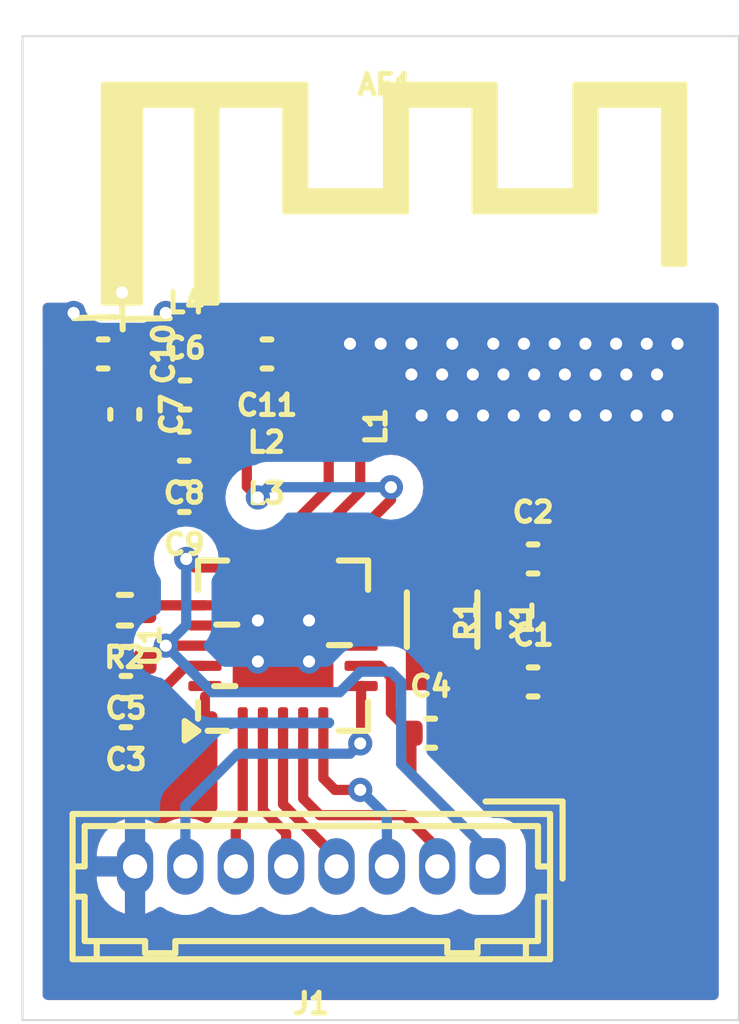
<source format=kicad_pcb>
(kicad_pcb (version 20240108) (generator "pcbnew") (generator_version "8.0")
  (layers (0 "F.Cu" signal) (31 "B.Cu" signal) (34 "B.Paste" user) (35 "F.Paste" user) (36 "B.SilkS" user "B.Silkscreen") (37 "F.SilkS" user "F.Silkscreen") (38 "B.Mask" user) (39 "F.Mask" user) (44 "Edge.Cuts" user))
  (net 0 "")
  (net 1 "Net-(AE1-A)")
  (net 2 "Net-(U1-XC2)")
  (net 3 "GND")
  (net 4 "Net-(U1-XC1)")
  (net 5 "Net-(U1-DVDD)")
  (net 6 "Net-(U1-VDD_PA)")
  (net 7 "Net-(C6-Pad2)")
  (net 8 "Net-(C10-Pad1)")
  (net 9 "VDD")
  (net 10 "Net-(J1-Pin_4)")
  (net 11 "Net-(J1-Pin_2)")
  (net 12 "Net-(J1-Pin_7)")
  (net 13 "Net-(J1-Pin_6)")
  (net 14 "Net-(J1-Pin_5)")
  (net 15 "Net-(J1-Pin_3)")
  (net 16 "Net-(U1-ANT2)")
  (net 17 "Net-(U1-ANT1)")
  (net 18 "Net-(U1-IREF)")
  (footprint "RF_Antenna:Texas_SWRA117D_2.4GHz_Right" (layer "F.Cu") (at 159.258 88.646)
    (property "Reference" "AE1" (at 4.45 -5.15 0) (layer "F.SilkS") (effects (font (size 0.508 0.508) (thickness 0.1524))))
    (property "Value" "Antenna")
    (fp_poly (pts (xy 2.45 -2.51) (xy 4.45 -2.51) (xy 4.45 -5.15) (xy 7.15 -5.15) (xy 7.15 -2.51) (xy 9.15 -2.51) (xy 9.15 -5.15) (xy 11.85 -5.15) (xy 11.85 -0.71) (xy 11.35 -0.71) (xy 11.35 -4.65) (xy 9.65 -4.65) (xy 9.65 -2.01) (xy 6.65 -2.01) (xy 6.65 -4.65) (xy 4.95 -4.65) (xy 4.95 -2.01) (xy 1.95 -2.01) (xy 1.95 -4.65) (xy 0.25 -4.65) (xy 0.25 0.25) (xy -0.25 0.25) (xy -0.25 -4.65) (xy -1.65 -4.65) (xy -1.65 0.25) (xy -2.55 0.25) (xy -2.55 0.006785) (xy -2.247583 0.006785) (xy -2.237742 0.054395) (xy -2.213674 0.096797) (xy -2.175731 0.129581) (xy -2.167819 0.133935) (xy -2.125156 0.146043) (xy -2.076637 0.1453) (xy -2.031122 0.1324) (xy -2.012511 0.121787) (xy -1.978868 0.086553) (xy -1.958309 0.041368) (xy -1.951778 -0.008158) (xy -1.960218 -0.056417) (xy -1.977112 -0.088643) (xy -2.012372 -0.121313) (xy -2.057682 -0.141408) (xy -2.107267 -0.147982) (xy -2.155353 -0.140092) (xy -2.188245 -0.123186) (xy -2.223185 -0.086416) (xy -2.242847 -0.041622) (xy -2.247583 0.006785) (xy -2.55 0.006785) (xy -2.55 -5.15) (xy 2.45 -5.15) (xy 2.45 -2.51)) (stroke (width 0.1524)) (fill solid) (layer "F.SilkS"))
    (pad "1" connect rect (at 0 0) (size 0.5 0.5) (layers "F.Cu") (net 1 "Net-(AE1-A)"))
    (pad "2" thru_hole rect (at -2.1 0) (size 0.9 0.5) (drill 0.3) (layers "*.Cu"))
  )
  (footprint "Package_DFN_QFN:QFN-20-1EP_4x4mm_P0.5mm_EP2.5x2.5mm" (layer "F.Cu") (at 161.153 97.399 90)
    (property "Reference" "U1" (at 0 -3.3 90) (layer "F.SilkS") (effects (font (size 0.508 0.508) (thickness 0.1524))))
    (property "Value" "NRF24L01")
    (fp_line (start 2.11 -2.11) (end 2.11 -1.385) (stroke (width 0.1524)) (layer "F.SilkS"))
    (fp_line (start 1.385 -2.11) (end 2.11 -2.11) (stroke (width 0.1524)) (layer "F.SilkS"))
    (fp_line (start -1.385 -2.11) (end -1.81 -2.11) (stroke (width 0.1524)) (layer "F.SilkS"))
    (fp_line (start -2.11 -1.385) (end -2.11 -1.87) (stroke (width 0.1524)) (layer "F.SilkS"))
    (fp_line (start 2.11 2.11) (end 2.11 1.385) (stroke (width 0.1524)) (layer "F.SilkS"))
    (fp_line (start 1.385 2.11) (end 2.11 2.11) (stroke (width 0.1524)) (layer "F.SilkS"))
    (fp_line (start -1.385 2.11) (end -2.11 2.11) (stroke (width 0.1524)) (layer "F.SilkS"))
    (fp_line (start -2.11 2.11) (end -2.11 1.385) (stroke (width 0.1524)) (layer "F.SilkS"))
    (fp_poly (pts (xy -2.11 -2.11) (xy -2.35 -2.44) (xy -1.87 -2.44) (xy -2.11 -2.11)) (stroke (width 0.1524)) (fill solid) (layer "F.SilkS"))
    (pad "1" smd roundrect (at -1.9375 -1 90) (size 0.825 0.25) (layers "F.Cu" "F.Paste" "F.Mask") (net 13 "Net-(J1-Pin_6)"))
    (pad "2" smd roundrect (at -1.9375 -0.5 90) (size 0.825 0.25) (layers "F.Cu" "F.Paste" "F.Mask") (net 14 "Net-(J1-Pin_5)"))
    (pad "3" smd roundrect (at -1.9375 0 90) (size 0.825 0.25) (layers "F.Cu" "F.Paste" "F.Mask") (net 10 "Net-(J1-Pin_4)"))
    (pad "4" smd roundrect (at -1.9375 0.5 90) (size 0.825 0.25) (layers "F.Cu" "F.Paste" "F.Mask") (net 11 "Net-(J1-Pin_2)"))
    (pad "5" smd roundrect (at -1.9375 1 90) (size 0.825 0.25) (layers "F.Cu" "F.Paste" "F.Mask") (net 15 "Net-(J1-Pin_3)"))
    (pad "6" smd roundrect (at -1 1.9375 90) (size 0.25 0.825) (layers "F.Cu" "F.Paste" "F.Mask") (net 12 "Net-(J1-Pin_7)"))
    (pad "7" smd roundrect (at -0.5 1.9375 90) (size 0.25 0.825) (layers "F.Cu" "F.Paste" "F.Mask") (net 9 "VDD"))
    (pad "8" smd roundrect (at 0 1.9375 90) (size 0.25 0.825) (layers "F.Cu" "F.Paste" "F.Mask") (net 3 "GND"))
    (pad "9" smd roundrect (at 0.5 1.9375 90) (size 0.25 0.825) (layers "F.Cu" "F.Paste" "F.Mask") (net 2 "Net-(U1-XC2)"))
    (pad "10" smd roundrect (at 1 1.9375 90) (size 0.25 0.825) (layers "F.Cu" "F.Paste" "F.Mask") (net 4 "Net-(U1-XC1)"))
    (pad "11" smd roundrect (at 1.9375 1 90) (size 0.825 0.25) (layers "F.Cu" "F.Paste" "F.Mask") (net 6 "Net-(U1-VDD_PA)"))
    (pad "12" smd roundrect (at 1.9375 0.5 90) (size 0.825 0.25) (layers "F.Cu" "F.Paste" "F.Mask") (net 17 "Net-(U1-ANT1)"))
    (pad "13" smd roundrect (at 1.9375 0 90) (size 0.825 0.25) (layers "F.Cu" "F.Paste" "F.Mask") (net 16 "Net-(U1-ANT2)"))
    (pad "14" smd roundrect (at 1.9375 -0.5 90) (size 0.825 0.25) (layers "F.Cu" "F.Paste" "F.Mask") (net 3 "GND"))
    (pad "15" smd roundrect (at 1.9375 -1 90) (size 0.825 0.25) (layers "F.Cu" "F.Paste" "F.Mask") (net 9 "VDD"))
    (pad "16" smd roundrect (at 1 -1.9375 90) (size 0.25 0.825) (layers "F.Cu" "F.Paste" "F.Mask") (net 18 "Net-(U1-IREF)"))
    (pad "17" smd roundrect (at 0.5 -1.9375 90) (size 0.25 0.825) (layers "F.Cu" "F.Paste" "F.Mask") (net 3 "GND"))
    (pad "18" smd roundrect (at 0 -1.9375 90) (size 0.25 0.825) (layers "F.Cu" "F.Paste" "F.Mask") (net 9 "VDD"))
    (pad "19" smd roundrect (at -0.5 -1.9375 90) (size 0.25 0.825) (layers "F.Cu" "F.Paste" "F.Mask") (net 5 "Net-(U1-DVDD)"))
    (pad "20" smd roundrect (at -1 -1.9375 90) (size 0.25 0.825) (layers "F.Cu" "F.Paste" "F.Mask") (net 3 "GND"))
    (pad "21" smd rect (at 0 0 90) (size 2.5 2.5) (property pad_prop_heatsink) (layers "F.Cu" "F.Mask"))
  )
  (footprint "Inductor_SMD:L_0402_1005Metric" (layer "F.Cu") (at 158.727 90.17)
    (property "Reference" "L4" (at 0.023 -1.27 360) (layer "F.SilkS") (effects (font (size 0.508 0.508) (thickness 0.1524))))
    (property "Value" "Lx")
    (pad "1" smd roundrect (at -0.485 0) (size 0.59 0.64) (layers "F.Cu" "F.Paste" "F.Mask") (net 8 "Net-(C10-Pad1)"))
    (pad "2" smd roundrect (at 0.485 0) (size 0.59 0.64) (layers "F.Cu" "F.Paste" "F.Mask") (net 1 "Net-(AE1-A)"))
  )
  (footprint "Capacitor_SMD:C_0402_1005Metric" (layer "F.Cu") (at 158.722 91.186)
    (property "Reference" "C6" (at 0 -1.16 360) (layer "F.SilkS") (effects (font (size 0.508 0.508) (thickness 0.1524))))
    (property "Value" "1p5")
    (fp_line (start -0.107836 -0.36) (end 0.107836 -0.36) (stroke (width 0.1524)) (layer "F.SilkS"))
    (fp_line (start -0.107836 0.36) (end 0.107836 0.36) (stroke (width 0.1524)) (layer "F.SilkS"))
    (pad "1" smd roundrect (at -0.48 0) (size 0.56 0.62) (layers "F.Cu" "F.Paste" "F.Mask") (net 8 "Net-(C10-Pad1)"))
    (pad "2" smd roundrect (at 0.48 0) (size 0.56 0.62) (layers "F.Cu" "F.Paste" "F.Mask") (net 7 "Net-(C6-Pad2)"))
  )
  (footprint "Resistor_SMD:R_0402_1005Metric" (layer "F.Cu") (at 157.228 96.52 180)
    (property "Reference" "R2" (at 0 -1.17 360) (layer "F.SilkS") (effects (font (size 0.508 0.508) (thickness 0.1524))))
    (property "Value" "22k")
    (fp_line (start -0.153641 0.38) (end 0.153641 0.38) (stroke (width 0.1524)) (layer "F.SilkS"))
    (fp_line (start -0.153641 -0.38) (end 0.153641 -0.38) (stroke (width 0.1524)) (layer "F.SilkS"))
    (pad "1" smd roundrect (at -0.51 0 180) (size 0.54 0.64) (layers "F.Cu" "F.Paste" "F.Mask") (net 18 "Net-(U1-IREF)"))
    (pad "2" smd roundrect (at 0.51 0 180) (size 0.54 0.64) (layers "F.Cu" "F.Paste" "F.Mask") (net 3 "GND"))
  )
  (footprint "Capacitor_SMD:C_0402_1005Metric" (layer "F.Cu") (at 156.69 90.17 180)
    (property "Reference" "C10" (at -1.496 0 90) (layer "F.SilkS") (effects (font (size 0.508 0.508) (thickness 0.1524))))
    (property "Value" "Cx")
    (fp_line (start -0.107836 0.36) (end 0.107836 0.36) (stroke (width 0.1524)) (layer "F.SilkS"))
    (fp_line (start -0.107836 -0.36) (end 0.107836 -0.36) (stroke (width 0.1524)) (layer "F.SilkS"))
    (pad "1" smd roundrect (at -0.48 0 180) (size 0.56 0.62) (layers "F.Cu" "F.Paste" "F.Mask") (net 8 "Net-(C10-Pad1)"))
    (pad "2" smd roundrect (at 0.48 0 180) (size 0.56 0.62) (layers "F.Cu" "F.Paste" "F.Mask") (net 3 "GND"))
  )
  (footprint "Capacitor_SMD:C_0402_1005Metric" (layer "F.Cu") (at 157.254 99.06 180)
    (property "Reference" "C3" (at 0 -1.16 360) (layer "F.SilkS") (effects (font (size 0.508 0.508) (thickness 0.1524))))
    (property "Value" "C_Small")
    (fp_line (start -0.107836 0.36) (end 0.107836 0.36) (stroke (width 0.1524)) (layer "F.SilkS"))
    (fp_line (start -0.107836 -0.36) (end 0.107836 -0.36) (stroke (width 0.1524)) (layer "F.SilkS"))
    (pad "1" smd roundrect (at -0.48 0 180) (size 0.56 0.62) (layers "F.Cu" "F.Paste" "F.Mask") (net 5 "Net-(U1-DVDD)"))
    (pad "2" smd roundrect (at 0.48 0 180) (size 0.56 0.62) (layers "F.Cu" "F.Paste" "F.Mask") (net 3 "GND"))
  )
  (footprint "Resistor_SMD:R_0402_1005Metric" (layer "F.Cu") (at 166.878 96.774 90)
    (property "Reference" "R1" (at 0 -1.17 90) (layer "F.SilkS") (effects (font (size 0.508 0.508) (thickness 0.1524))))
    (property "Value" "10M")
    (fp_line (start -0.153641 -0.38) (end 0.153641 -0.38) (stroke (width 0.1524)) (layer "F.SilkS"))
    (fp_line (start -0.153641 0.38) (end 0.153641 0.38) (stroke (width 0.1524)) (layer "F.SilkS"))
    (pad "1" smd roundrect (at -0.51 0 90) (size 0.54 0.64) (layers "F.Cu" "F.Paste" "F.Mask") (net 4 "Net-(U1-XC1)"))
    (pad "2" smd roundrect (at 0.51 0 90) (size 0.54 0.64) (layers "F.Cu" "F.Paste" "F.Mask") (net 2 "Net-(U1-XC2)"))
  )
  (footprint "Inductor_SMD:L_0402_1005Metric" (layer "F.Cu") (at 162.286 91.971 -90)
    (property "Reference" "L1" (at 0 -1.17 90) (layer "F.SilkS") (effects (font (size 0.508 0.508) (thickness 0.1524))))
    (property "Value" "8n2")
    (pad "1" smd roundrect (at -0.485 0 270) (size 0.59 0.64) (layers "F.Cu" "F.Paste" "F.Mask") (net 17 "Net-(U1-ANT1)"))
    (pad "2" smd roundrect (at 0.485 0 270) (size 0.59 0.64) (layers "F.Cu" "F.Paste" "F.Mask") (net 16 "Net-(U1-ANT2)"))
  )
  (footprint "Inductor_SMD:L_0402_1005Metric" (layer "F.Cu") (at 160.739 91.186 180)
    (property "Reference" "L2" (at 0 -1.17 360) (layer "F.SilkS") (effects (font (size 0.508 0.508) (thickness 0.1524))))
    (property "Value" "3n9")
    (pad "1" smd roundrect (at -0.485 0 180) (size 0.59 0.64) (layers "F.Cu" "F.Paste" "F.Mask") (net 17 "Net-(U1-ANT1)"))
    (pad "2" smd roundrect (at 0.485 0 180) (size 0.59 0.64) (layers "F.Cu" "F.Paste" "F.Mask") (net 7 "Net-(C6-Pad2)"))
  )
  (footprint "Capacitor_SMD:C_0402_1005Metric" (layer "F.Cu") (at 158.702 93.726 180)
    (property "Reference" "C9" (at 0 -1.16 360) (layer "F.SilkS") (effects (font (size 0.508 0.508) (thickness 0.1524))))
    (property "Value" "1n")
    (fp_line (start -0.107836 0.36) (end 0.107836 0.36) (stroke (width 0.1524)) (layer "F.SilkS"))
    (fp_line (start -0.107836 -0.36) (end 0.107836 -0.36) (stroke (width 0.1524)) (layer "F.SilkS"))
    (pad "1" smd roundrect (at -0.48 0 180) (size 0.56 0.62) (layers "F.Cu" "F.Paste" "F.Mask") (net 9 "VDD"))
    (pad "2" smd roundrect (at 0.48 0 180) (size 0.56 0.62) (layers "F.Cu" "F.Paste" "F.Mask") (net 3 "GND"))
  )
  (footprint "Capacitor_SMD:C_0402_1005Metric" (layer "F.Cu") (at 167.358 98.298)
    (property "Reference" "C1" (at 0 -1.16 360) (layer "F.SilkS") (effects (font (size 0.508 0.508) (thickness 0.1524))))
    (property "Value" "22p")
    (fp_line (start -0.107836 -0.36) (end 0.107836 -0.36) (stroke (width 0.1524)) (layer "F.SilkS"))
    (fp_line (start -0.107836 0.36) (end 0.107836 0.36) (stroke (width 0.1524)) (layer "F.SilkS"))
    (pad "1" smd roundrect (at -0.48 0) (size 0.56 0.62) (layers "F.Cu" "F.Paste" "F.Mask") (net 2 "Net-(U1-XC2)"))
    (pad "2" smd roundrect (at 0.48 0) (size 0.56 0.62) (layers "F.Cu" "F.Paste" "F.Mask") (net 3 "GND"))
  )
  (footprint "Crystal:Crystal_SMD_3215-2Pin_3.2x1.5mm" (layer "F.Cu") (at 165.1 96.754 -90)
    (property "Reference" "Y1" (at 0 -2 90) (layer "F.SilkS") (effects (font (size 0.508 0.508) (thickness 0.1524))))
    (property "Value" "16MHz")
    (fp_line (start -0.675 0.875) (end 0.675 0.875) (stroke (width 0.1524)) (layer "F.SilkS"))
    (fp_line (start -0.675 -0.875) (end 0.675 -0.875) (stroke (width 0.1524)) (layer "F.SilkS"))
    (pad "1" smd rect (at 1.25 0 270) (size 1 1.8) (layers "F.Cu" "F.Paste" "F.Mask") (net 2 "Net-(U1-XC2)"))
    (pad "2" smd rect (at -1.25 0 270) (size 1 1.8) (layers "F.Cu" "F.Paste" "F.Mask") (net 4 "Net-(U1-XC1)"))
  )
  (footprint "Capacitor_SMD:C_0402_1005Metric" (layer "F.Cu") (at 164.818 99.568)
    (property "Reference" "C4" (at 0 -1.16 360) (layer "F.SilkS") (effects (font (size 0.508 0.508) (thickness 0.1524))))
    (property "Value" "C_Small")
    (fp_line (start -0.107836 -0.36) (end 0.107836 -0.36) (stroke (width 0.1524)) (layer "F.SilkS"))
    (fp_line (start -0.107836 0.36) (end 0.107836 0.36) (stroke (width 0.1524)) (layer "F.SilkS"))
    (pad "1" smd roundrect (at -0.48 0) (size 0.56 0.62) (layers "F.Cu" "F.Paste" "F.Mask") (net 9 "VDD"))
    (pad "2" smd roundrect (at 0.48 0) (size 0.56 0.62) (layers "F.Cu" "F.Paste" "F.Mask") (net 3 "GND"))
  )
  (footprint "Capacitor_SMD:C_0402_1005Metric" (layer "F.Cu") (at 158.702 92.456 180)
    (property "Reference" "C8" (at 0 -1.16 360) (layer "F.SilkS") (effects (font (size 0.508 0.508) (thickness 0.1524))))
    (property "Value" "10n")
    (fp_line (start -0.107836 0.36) (end 0.107836 0.36) (stroke (width 0.1524)) (layer "F.SilkS"))
    (fp_line (start -0.107836 -0.36) (end 0.107836 -0.36) (stroke (width 0.1524)) (layer "F.SilkS"))
    (pad "1" smd roundrect (at -0.48 0 180) (size 0.56 0.62) (layers "F.Cu" "F.Paste" "F.Mask") (net 9 "VDD"))
    (pad "2" smd roundrect (at 0.48 0 180) (size 0.56 0.62) (layers "F.Cu" "F.Paste" "F.Mask") (net 3 "GND"))
  )
  (footprint "Capacitor_SMD:C_0402_1005Metric" (layer "F.Cu") (at 157.254 97.79 180)
    (property "Reference" "C5" (at 0 -1.16 360) (layer "F.SilkS") (effects (font (size 0.508 0.508) (thickness 0.1524))))
    (property "Value" "C_Small")
    (fp_line (start -0.107836 0.36) (end 0.107836 0.36) (stroke (width 0.1524)) (layer "F.SilkS"))
    (fp_line (start -0.107836 -0.36) (end 0.107836 -0.36) (stroke (width 0.1524)) (layer "F.SilkS"))
    (pad "1" smd roundrect (at -0.48 0 180) (size 0.56 0.62) (layers "F.Cu" "F.Paste" "F.Mask") (net 9 "VDD"))
    (pad "2" smd roundrect (at 0.48 0 180) (size 0.56 0.62) (layers "F.Cu" "F.Paste" "F.Mask") (net 3 "GND"))
  )
  (footprint "Inductor_SMD:L_0402_1005Metric" (layer "F.Cu") (at 160.739 92.456 180)
    (property "Reference" "L3" (at 0 -1.17 360) (layer "F.SilkS") (effects (font (size 0.508 0.508) (thickness 0.1524))))
    (property "Value" "2n7")
    (pad "1" smd roundrect (at -0.485 0 180) (size 0.59 0.64) (layers "F.Cu" "F.Paste" "F.Mask") (net 16 "Net-(U1-ANT2)"))
    (pad "2" smd roundrect (at 0.485 0 180) (size 0.59 0.64) (layers "F.Cu" "F.Paste" "F.Mask") (net 6 "Net-(U1-VDD_PA)"))
  )
  (footprint "Capacitor_SMD:C_0402_1005Metric" (layer "F.Cu") (at 160.754 90.17)
    (property "Reference" "C11" (at 0 1.27 360) (layer "F.SilkS") (effects (font (size 0.508 0.508) (thickness 0.1524))))
    (property "Value" "Cx")
    (fp_line (start -0.107836 -0.36) (end 0.107836 -0.36) (stroke (width 0.1524)) (layer "F.SilkS"))
    (fp_line (start -0.107836 0.36) (end 0.107836 0.36) (stroke (width 0.1524)) (layer "F.SilkS"))
    (pad "1" smd roundrect (at -0.48 0) (size 0.56 0.62) (layers "F.Cu" "F.Paste" "F.Mask") (net 1 "Net-(AE1-A)"))
    (pad "2" smd roundrect (at 0.48 0) (size 0.56 0.62) (layers "F.Cu" "F.Paste" "F.Mask") (net 3 "GND"))
  )
  (footprint "Capacitor_SMD:C_0402_1005Metric" (layer "F.Cu") (at 167.358 95.25)
    (property "Reference" "C2" (at 0 -1.16 360) (layer "F.SilkS") (effects (font (size 0.508 0.508) (thickness 0.1524))))
    (property "Value" "22p")
    (fp_line (start -0.107836 -0.36) (end 0.107836 -0.36) (stroke (width 0.1524)) (layer "F.SilkS"))
    (fp_line (start -0.107836 0.36) (end 0.107836 0.36) (stroke (width 0.1524)) (layer "F.SilkS"))
    (pad "1" smd roundrect (at -0.48 0) (size 0.56 0.62) (layers "F.Cu" "F.Paste" "F.Mask") (net 4 "Net-(U1-XC1)"))
    (pad "2" smd roundrect (at 0.48 0) (size 0.56 0.62) (layers "F.Cu" "F.Paste" "F.Mask") (net 3 "GND"))
  )
  (footprint "Connector_Hirose:Hirose_DF13-08P-1.25DSA_1x08_P1.25mm_Vertical" (layer "F.Cu") (at 166.23 102.87 180)
    (property "Reference" "J1" (at 4.38 -3.4 360) (layer "F.SilkS") (effects (font (size 0.508 0.508) (thickness 0.1524))))
    (property "Value" "Conn_01x08_Pin")
    (fp_line (start 10.3 1.3) (end 10.3 -2.3) (stroke (width 0.1524)) (layer "F.SilkS"))
    (fp_line (start 10.3 -0.75) (end 10 -0.75) (stroke (width 0.1524)) (layer "F.SilkS"))
    (fp_line (start 10.3 -2.3) (end -1.55 -2.3) (stroke (width 0.1524)) (layer "F.SilkS"))
    (fp_line (start 10 1) (end 10 0) (stroke (width 0.1524)) (layer "F.SilkS"))
    (fp_line (start 10 0) (end 10.3 0) (stroke (width 0.1524)) (layer "F.SilkS"))
    (fp_line (start 10 -0.75) (end 10 -1.85) (stroke (width 0.1524)) (layer "F.SilkS"))
    (fp_line (start 10 -1.85) (end 9.7 -1.85) (stroke (width 0.1524)) (layer "F.SilkS"))
    (fp_line (start 9.7 -1.85) (end 9.7 -2.3) (stroke (width 0.1524)) (layer "F.SilkS"))
    (fp_line (start 8.5 -1.85) (end 9.7 -1.85) (stroke (width 0.1524)) (layer "F.SilkS"))
    (fp_line (start 8.5 -2.15) (end 8.5 -1.85) (stroke (width 0.1524)) (layer "F.SilkS"))
    (fp_line (start 7.75 -1.85) (end 7.75 -2.15) (stroke (width 0.1524)) (layer "F.SilkS"))
    (fp_line (start 7.75 -2.15) (end 8.5 -2.15) (stroke (width 0.1524)) (layer "F.SilkS"))
    (fp_line (start 1 -1.85) (end 7.75 -1.85) (stroke (width 0.1524)) (layer "F.SilkS"))
    (fp_line (start 1 -2.15) (end 1 -1.85) (stroke (width 0.1524)) (layer "F.SilkS"))
    (fp_line (start 0.25 -1.85) (end 0.25 -2.15) (stroke (width 0.1524)) (layer "F.SilkS"))
    (fp_line (start 0.25 -2.15) (end 1 -2.15) (stroke (width 0.1524)) (layer "F.SilkS"))
    (fp_line (start -0.95 -1.85) (end 0.25 -1.85) (stroke (width 0.1524)) (layer "F.SilkS"))
    (fp_line (start -0.95 -1.85) (end -0.95 -2.3) (stroke (width 0.1524)) (layer "F.SilkS"))
    (fp_line (start -1.25 1) (end 10 1) (stroke (width 0.1524)) (layer "F.SilkS"))
    (fp_line (start -1.25 0) (end -1.25 1) (stroke (width 0.1524)) (layer "F.SilkS"))
    (fp_line (start -1.25 -0.75) (end -1.25 -1.85) (stroke (width 0.1524)) (layer "F.SilkS"))
    (fp_line (start -1.25 -1.85) (end -0.95 -1.85) (stroke (width 0.1524)) (layer "F.SilkS"))
    (fp_line (start -1.55 1.3) (end 10.3 1.3) (stroke (width 0.1524)) (layer "F.SilkS"))
    (fp_line (start -1.55 0) (end -1.25 0) (stroke (width 0.1524)) (layer "F.SilkS"))
    (fp_line (start -1.55 -0.75) (end -1.25 -0.75) (stroke (width 0.1524)) (layer "F.SilkS"))
    (fp_line (start -1.55 -2.3) (end -1.55 1.3) (stroke (width 0.1524)) (layer "F.SilkS"))
    (fp_line (start -1.86 1.61) (end 0.05 1.61) (stroke (width 0.1524)) (layer "F.SilkS"))
    (fp_line (start -1.86 -0.3) (end -1.86 1.61) (stroke (width 0.1524)) (layer "F.SilkS"))
    (pad "1" thru_hole roundrect (at 0 0 180) (size 0.9 1.4) (drill 0.6) (layers "*.Cu" "*.Mask") (net 9 "VDD"))
    (pad "2" thru_hole oval (at 1.25 0 180) (size 0.9 1.4) (drill 0.6) (layers "*.Cu" "*.Mask") (net 11 "Net-(J1-Pin_2)"))
    (pad "3" thru_hole oval (at 2.5 0 180) (size 0.9 1.4) (drill 0.6) (layers "*.Cu" "*.Mask") (net 15 "Net-(J1-Pin_3)"))
    (pad "4" thru_hole oval (at 3.75 0 180) (size 0.9 1.4) (drill 0.6) (layers "*.Cu" "*.Mask") (net 10 "Net-(J1-Pin_4)"))
    (pad "5" thru_hole oval (at 5 0 180) (size 0.9 1.4) (drill 0.6) (layers "*.Cu" "*.Mask") (net 14 "Net-(J1-Pin_5)"))
    (pad "6" thru_hole oval (at 6.25 0 180) (size 0.9 1.4) (drill 0.6) (layers "*.Cu" "*.Mask") (net 13 "Net-(J1-Pin_6)"))
    (pad "7" thru_hole oval (at 7.5 0 180) (size 0.9 1.4) (drill 0.6) (layers "*.Cu" "*.Mask") (net 12 "Net-(J1-Pin_7)"))
    (pad "8" thru_hole oval (at 8.75 0 180) (size 0.9 1.4) (drill 0.6) (layers "*.Cu" "*.Mask") (net 3 "GND"))
  )
  (footprint "Capacitor_SMD:C_0402_1005Metric" (layer "F.Cu") (at 157.226 91.666 -90)
    (property "Reference" "C7" (at 0 -1.16 90) (layer "F.SilkS") (effects (font (size 0.508 0.508) (thickness 0.1524))))
    (property "Value" "1p")
    (fp_line (start -0.107836 0.36) (end 0.107836 0.36) (stroke (width 0.1524)) (layer "F.SilkS"))
    (fp_line (start -0.107836 -0.36) (end 0.107836 -0.36) (stroke (width 0.1524)) (layer "F.SilkS"))
    (pad "1" smd roundrect (at -0.48 0 270) (size 0.56 0.62) (layers "F.Cu" "F.Paste" "F.Mask") (net 8 "Net-(C10-Pad1)"))
    (pad "2" smd roundrect (at 0.48 0 270) (size 0.56 0.62) (layers "F.Cu" "F.Paste" "F.Mask") (net 3 "GND"))
  )
  (gr_line (start 157.2768 89.3064) (end 158.339182 89.281933) (stroke (width 0.1524)) (layer "F.SilkS"))
  (gr_line (start 160.02 96.8756) (end 159.496123 96.8773) (stroke (width 0.1524)) (layer "F.SilkS"))
  (gr_line (start 159.9692 98.3996) (end 159.445323 98.4013) (stroke (width 0.1524)) (layer "F.SilkS"))
  (gr_line (start 155.960418 89.280067) (end 157.0228 89.2556) (stroke (width 0.1524)) (layer "F.SilkS"))
  (gr_line (start 162.814 97.3836) (end 162.290123 97.3853) (stroke (width 0.1524)) (layer "F.SilkS"))
  (gr_line (start 157.150733 88.498018) (end 157.1752 89.5604) (stroke (width 0.1524)) (layer "F.SilkS"))
  (gr_line (start 154.686 82.296) (end 172.466 82.296) (stroke (width 0.05)) (layer "Edge.Cuts"))
  (gr_line (start 172.466 106.68) (end 154.686 106.68) (stroke (width 0.05)) (layer "Edge.Cuts"))
  (gr_line (start 154.686 106.68) (end 154.686 82.296) (stroke (width 0.05)) (layer "Edge.Cuts"))
  (gr_line (start 172.466 82.296) (end 172.466 106.68) (stroke (width 0.05)) (layer "Edge.Cuts"))
  (segment (start 159.258 90.124) (end 159.212 90.17) (width 0.254) (layer "F.Cu") (net 1))
  (segment (start 159.258 88.646) (end 159.258 90.124) (width 0.254) (layer "F.Cu") (net 1))
  (segment (start 160.274 90.17) (end 159.212 90.17) (width 0.508) (layer "F.Cu") (net 1))
  (segment (start 165.394 98.298) (end 165.1 98.004) (width 0.254) (layer "F.Cu") (net 2))
  (segment (start 163.0905 96.899) (end 163.995 96.899) (width 0.254) (layer "F.Cu") (net 2))
  (segment (start 166.878 97.284) (end 166.878 98.298) (width 0.254) (layer "F.Cu") (net 2))
  (segment (start 163.995 96.899) (end 165.1 98.004) (width 0.254) (layer "F.Cu") (net 2))
  (segment (start 166.878 98.298) (end 165.394 98.298) (width 0.254) (layer "F.Cu") (net 2))
  (via (at 166.624 90.678) (size 0.6) (drill 0.3) (layers "F.Cu" "B.Cu") (net 3))
  (via (at 165.354 89.916) (size 0.6) (drill 0.3) (layers "F.Cu" "B.Cu") (net 3))
  (via (at 167.132 89.916) (size 0.6) (drill 0.3) (layers "F.Cu" "B.Cu") (net 3))
  (via (at 168.656 89.916) (size 0.6) (drill 0.3) (layers "F.Cu" "B.Cu") (net 3))
  (via (at 164.592 91.694) (size 0.6) (drill 0.3) (layers "F.Cu" "B.Cu") (net 3))
  (via (at 170.942 89.916) (size 0.6) (drill 0.3) (layers "F.Cu" "B.Cu") (net 3))
  (via (at 167.64 91.694) (size 0.6) (drill 0.3) (layers "F.Cu" "B.Cu") (net 3))
  (via (at 166.37 89.916) (size 0.6) (drill 0.3) (layers "F.Cu" "B.Cu") (net 3))
  (via (at 163.576 89.916) (size 0.6) (drill 0.3) (layers "F.Cu" "B.Cu") (net 3))
  (via (at 168.402 91.694) (size 0.6) (drill 0.3) (layers "F.Cu" "B.Cu") (net 3))
  (via (at 170.434 90.678) (size 0.6) (drill 0.3) (layers "F.Cu" "B.Cu") (net 3))
  (via (at 161.798 97.79) (size 0.6) (drill 0.3) (layers "F.Cu" "B.Cu") (net 3))
  (via (at 170.18 89.916) (size 0.6) (drill 0.3) (layers "F.Cu" "B.Cu") (net 3))
  (via (at 168.148 90.678) (size 0.6) (drill 0.3) (layers "F.Cu" "B.Cu") (net 3))
  (via (at 169.926 91.694) (size 0.6) (drill 0.3) (layers "F.Cu" "B.Cu") (net 3))
  (via (at 170.688 91.694) (size 0.6) (drill 0.3) (layers "F.Cu" "B.Cu") (net 3))
  (via (at 160.528 96.774) (size 0.6) (drill 0.3) (layers "F.Cu" "B.Cu") (net 3))
  (via (at 168.91 90.678) (size 0.6) (drill 0.3) (layers "F.Cu" "B.Cu") (net 3))
  (via (at 160.528 97.79) (size 0.6) (drill 0.3) (layers "F.Cu" "B.Cu") (net 3))
  (via (at 166.116 91.694) (size 0.6) (drill 0.3) (layers "F.Cu" "B.Cu") (net 3))
  (via (at 169.418 89.916) (size 0.6) (drill 0.3) (layers "F.Cu" "B.Cu") (net 3))
  (via (at 165.1 90.678) (size 0.6) (drill 0.3) (layers "F.Cu" "B.Cu") (net 3))
  (via (at 155.956 89.154) (size 0.6) (drill 0.3) (layers "F.Cu" "B.Cu") (net 3))
  (via (at 162.814 89.916) (size 0.6) (drill 0.3) (layers "F.Cu" "B.Cu") (net 3))
  (via (at 164.338 89.916) (size 0.6) (drill 0.3) (layers "F.Cu" "B.Cu") (net 3))
  (via (at 167.894 89.916) (size 0.6) (drill 0.3) (layers "F.Cu" "B.Cu") (net 3))
  (via (at 166.878 91.694) (size 0.6) (drill 0.3) (layers "F.Cu" "B.Cu") (net 3))
  (via (at 169.672 90.678) (size 0.6) (drill 0.3) (layers "F.Cu" "B.Cu") (net 3))
  (via (at 167.386 90.678) (size 0.6) (drill 0.3) (layers "F.Cu" "B.Cu") (net 3))
  (via (at 164.338 90.678) (size 0.6) (drill 0.3) (layers "F.Cu" "B.Cu") (net 3))
  (via (at 161.798 96.774) (size 0.6) (drill 0.3) (layers "F.Cu" "B.Cu") (net 3))
  (via (at 165.354 91.694) (size 0.6) (drill 0.3) (layers "F.Cu" "B.Cu") (net 3))
  (via (at 165.862 90.678) (size 0.6) (drill 0.3) (layers "F.Cu" "B.Cu") (net 3))
  (via (at 158.242 89.154) (size 0.6) (drill 0.3) (layers "F.Cu" "B.Cu") (net 3))
  (via (at 169.164 91.694) (size 0.6) (drill 0.3) (layers "F.Cu" "B.Cu") (net 3))
  (segment (start 165.354 95.25) (end 165.1 95.504) (width 0.254) (layer "F.Cu") (net 4))
  (segment (start 164.205 96.399) (end 165.1 95.504) (width 0.254) (layer "F.Cu") (net 4))
  (segment (start 166.878 95.25) (end 166.878 96.264) (width 0.254) (layer "F.Cu") (net 4))
  (segment (start 163.0905 96.399) (end 164.205 96.399) (width 0.254) (layer "F.Cu") (net 4))
  (segment (start 166.878 95.25) (end 165.354 95.25) (width 0.254) (layer "F.Cu") (net 4))
  (segment (start 159.2155 97.899) (end 158.750432 97.899) (width 0.254) (layer "F.Cu") (net 5))
  (segment (start 158.750432 97.899) (end 157.734 98.915432) (width 0.254) (layer "F.Cu") (net 5))
  (segment (start 157.734 98.915432) (end 157.734 99.06) (width 0.254) (layer "F.Cu") (net 5))
  (segment (start 160.254 92.456) (end 160.254 93.452) (width 0.254) (layer "F.Cu") (net 6))
  (segment (start 163.83 93.7845) (end 163.83 93.472) (width 0.254) (layer "F.Cu") (net 6))
  (segment (start 160.254 93.452) (end 160.528 93.726) (width 0.254) (layer "F.Cu") (net 6))
  (segment (start 162.153 95.4615) (end 163.83 93.7845) (width 0.254) (layer "F.Cu") (net 6))
  (via (at 163.83 93.472) (size 0.6) (drill 0.3) (layers "F.Cu" "B.Cu") (net 6))
  (via (at 160.528 93.726) (size 0.6) (drill 0.3) (layers "F.Cu" "B.Cu") (net 6))
  (segment (start 163.83 93.472) (end 160.782 93.472) (width 0.254) (layer "B.Cu") (net 6))
  (segment (start 160.782 93.472) (end 160.528 93.726) (width 0.254) (layer "B.Cu") (net 6))
  (segment (start 159.202 91.186) (end 160.254 91.186) (width 0.508) (layer "F.Cu") (net 7))
  (segment (start 158.242 90.17) (end 158.242 91.186) (width 0.508) (layer "F.Cu") (net 8))
  (segment (start 158.242 91.186) (end 157.226 91.186) (width 0.508) (layer "F.Cu") (net 8))
  (segment (start 157.17 91.13) (end 157.226 91.186) (width 0.508) (layer "F.Cu") (net 8))
  (segment (start 157.17 90.17) (end 157.17 91.13) (width 0.508) (layer "F.Cu") (net 8))
  (segment (start 158.9615 95.4615) (end 158.75 95.25) (width 0.254) (layer "F.Cu") (net 9))
  (segment (start 160.153 95.4615) (end 158.9615 95.4615) (width 0.254) (layer "F.Cu") (net 9))
  (segment (start 166.23 102.87) (end 166.23 102.476) (width 0.254) (layer "F.Cu") (net 9))
  (segment (start 160.201 95.4615) (end 160.201 95.504) (width 0.254) (layer "F.Cu") (net 9))
  (segment (start 158.125 97.399) (end 157.734 97.79) (width 0.254) (layer "F.Cu") (net 9))
  (segment (start 163.0905 97.899) (end 163.555568 97.899) (width 0.254) (layer "F.Cu") (net 9))
  (segment (start 160.153 95.4615) (end 160.201 95.4615) (width 0.254) (layer "F.Cu") (net 9))
  (segment (start 163.83 99.06) (end 164.338 99.568) (width 0.254) (layer "F.Cu") (net 9))
  (segment (start 159.2155 97.399) (end 158.242 97.399) (width 0.254) (layer "F.Cu") (net 9))
  (segment (start 158.242 97.399) (end 158.125 97.399) (width 0.254) (layer "F.Cu") (net 9))
  (segment (start 164.338 100.584) (end 164.338 99.568) (width 0.254) (layer "F.Cu") (net 9))
  (segment (start 163.555568 97.899) (end 163.83 98.173432) (width 0.254) (layer "F.Cu") (net 9))
  (segment (start 166.23 102.476) (end 164.338 100.584) (width 0.254) (layer "F.Cu") (net 9))
  (segment (start 159.182 92.456) (end 159.182 93.726) (width 0.508) (layer "F.Cu") (net 9))
  (segment (start 163.83 98.173432) (end 163.83 99.06) (width 0.254) (layer "F.Cu") (net 9))
  (via (at 158.242 97.399) (size 0.6) (drill 0.3) (layers "F.Cu" "B.Cu") (net 9))
  (via (at 158.75 95.25) (size 0.6) (drill 0.3) (layers "F.Cu" "B.Cu") (net 9))
  (segment (start 166.23 102.476) (end 166.23 102.87) (width 0.254) (layer "B.Cu") (net 9))
  (segment (start 158.75 96.891) (end 158.242 97.399) (width 0.254) (layer "B.Cu") (net 9))
  (segment (start 163.068 98.044) (end 163.83 98.044) (width 0.254) (layer "B.Cu") (net 9))
  (segment (start 158.75 95.25) (end 158.75 96.891) (width 0.254) (layer "B.Cu") (net 9))
  (segment (start 162.56 98.552) (end 163.068 98.044) (width 0.254) (layer "B.Cu") (net 9))
  (segment (start 163.83 98.044) (end 164.084 98.298) (width 0.254) (layer "B.Cu") (net 9))
  (segment (start 159.395 98.552) (end 162.56 98.552) (width 0.254) (layer "B.Cu") (net 9))
  (segment (start 164.084 98.298) (end 164.084 100.33) (width 0.254) (layer "B.Cu") (net 9))
  (segment (start 158.242 97.399) (end 159.395 98.552) (width 0.254) (layer "B.Cu") (net 9))
  (segment (start 164.084 100.33) (end 166.23 102.476) (width 0.254) (layer "B.Cu") (net 9))
  (segment (start 161.153 99.3365) (end 161.153 101.328948) (width 0.254) (layer "F.Cu") (net 10))
  (segment (start 161.153 101.328948) (end 162.48 102.655948) (width 0.254) (layer "F.Cu") (net 10))
  (segment (start 162.48 102.655948) (end 162.48 102.87) (width 0.254) (layer "F.Cu") (net 10))
  (segment (start 161.653 99.3365) (end 161.653 101.186896) (width 0.254) (layer "F.Cu") (net 11))
  (segment (start 164.164 101.6) (end 164.98 102.416) (width 0.254) (layer "F.Cu") (net 11))
  (segment (start 162.066104 101.6) (end 164.164 101.6) (width 0.254) (layer "F.Cu") (net 11))
  (segment (start 164.98 102.416) (end 164.98 102.87) (width 0.254) (layer "F.Cu") (net 11))
  (segment (start 161.653 101.186896) (end 162.066104 101.6) (width 0.254) (layer "F.Cu") (net 11))
  (segment (start 163.0905 98.399) (end 163.0905 99.7995) (width 0.254) (layer "F.Cu") (net 12))
  (segment (start 163.0905 99.7995) (end 163.068 99.822) (width 0.254) (layer "F.Cu") (net 12))
  (via (at 163.068 99.822) (size 0.6) (drill 0.3) (layers "F.Cu" "B.Cu") (net 12))
  (segment (start 158.73 101.366) (end 158.73 102.87) (width 0.254) (layer "B.Cu") (net 12))
  (segment (start 160.02 100.076) (end 158.73 101.366) (width 0.254) (layer "B.Cu") (net 12))
  (segment (start 163.068 99.822) (end 162.814 100.076) (width 0.254) (layer "B.Cu") (net 12))
  (segment (start 162.814 100.076) (end 160.02 100.076) (width 0.254) (layer "B.Cu") (net 12))
  (segment (start 160.153 99.3365) (end 160.153 101.721) (width 0.254) (layer "F.Cu") (net 13))
  (segment (start 160.153 101.721) (end 159.98 101.894) (width 0.254) (layer "F.Cu") (net 13))
  (segment (start 159.98 101.894) (end 159.98 102.87) (width 0.254) (layer "F.Cu") (net 13))
  (segment (start 161.23 102.048) (end 161.23 102.87) (width 0.254) (layer "F.Cu") (net 14))
  (segment (start 160.653 99.3365) (end 160.653 101.471) (width 0.254) (layer "F.Cu") (net 14))
  (segment (start 160.653 101.471) (end 161.23 102.048) (width 0.254) (layer "F.Cu") (net 14))
  (segment (start 162.153 99.3365) (end 162.153 100.685) (width 0.254) (layer "F.Cu") (net 15))
  (segment (start 162.441 100.973) (end 163.068 100.973) (width 0.254) (layer "F.Cu") (net 15))
  (segment (start 162.153 100.685) (end 162.441 100.973) (width 0.254) (layer "F.Cu") (net 15))
  (via (at 163.068 100.973) (size 0.6) (drill 0.3) (layers "F.Cu" "B.Cu") (net 15))
  (segment (start 163.068 100.973) (end 163.73 101.635) (width 0.254) (layer "B.Cu") (net 15))
  (segment (start 163.73 101.635) (end 163.73 102.87) (width 0.254) (layer "B.Cu") (net 15))
  (segment (start 161.153 95.4615) (end 161.153 94.625) (width 0.254) (layer "F.Cu") (net 16))
  (segment (start 162.286 93.492) (end 162.286 92.456) (width 0.254) (layer "F.Cu") (net 16))
  (segment (start 161.153 94.625) (end 162.286 93.492) (width 0.254) (layer "F.Cu") (net 16))
  (segment (start 161.224 92.456) (end 162.286 92.456) (width 0.508) (layer "F.Cu") (net 16))
  (segment (start 161.653 95.4615) (end 161.653 94.996432) (width 0.254) (layer "F.Cu") (net 17))
  (segment (start 163.068 91.694) (end 162.86 91.486) (width 0.254) (layer "F.Cu") (net 17))
  (segment (start 161.224 91.186) (end 161.986 91.186) (width 0.508) (layer "F.Cu") (net 17))
  (segment (start 163.068 93.581432) (end 163.068 91.694) (width 0.254) (layer "F.Cu") (net 17))
  (segment (start 161.986 91.186) (end 162.286 91.486) (width 0.508) (layer "F.Cu") (net 17))
  (segment (start 161.653 94.996432) (end 163.068 93.581432) (width 0.254) (layer "F.Cu") (net 17))
  (segment (start 162.86 91.486) (end 162.286 91.486) (width 0.254) (layer "F.Cu") (net 17))
  (segment (start 159.2155 96.399) (end 157.859 96.399) (width 0.254) (layer "F.Cu") (net 18))
  (segment (start 157.859 96.399) (end 157.738 96.52) (width 0.254) (layer "F.Cu") (net 18))
  (zone (net 3) (net_name "GND") (layer "F.Cu") (priority 1) (connect_pads (clearance 0.5)) (min_thickness 0.25) (fill yes (thermal_gap 0.5) (thermal_bridge_width 0.5))
    (polygon (pts (xy 154.686 88.9) (xy 172.466 88.9) (xy 172.466 106.68) (xy 154.686 106.68)))
  )
  (zone (net 3) (net_name "GND") (layer "B.Cu") (connect_pads (clearance 0.5)) (min_thickness 0.25) (fill yes (thermal_gap 0.5) (thermal_bridge_width 0.5))
    (polygon (pts (xy 154.686 88.9) (xy 172.466 88.9) (xy 172.466 106.68) (xy 154.686 106.68)))
  )
)
</source>
